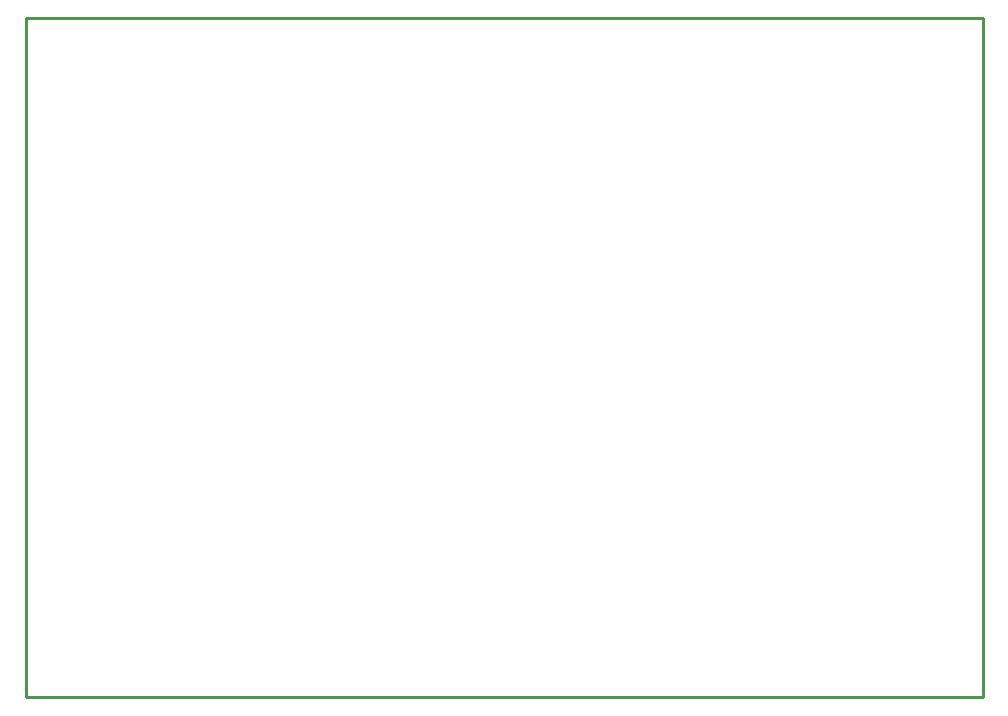
<source format=gko>
%FSLAX43Y43*%
%MOMM*%
G71*
G01*
G75*
G04 Layer_Color=16711935*
%ADD10C,0.500*%
%ADD11C,2.540*%
%ADD12R,2.500X3.000*%
%ADD13R,2.400X3.000*%
%ADD14R,3.000X3.000*%
%ADD15C,2.032*%
%ADD16O,2.032X1.778*%
%ADD17C,1.000*%
%ADD18C,3.048*%
%ADD19O,2.286X1.778*%
%ADD20O,1.778X2.032*%
%ADD21C,1.270*%
%ADD22C,0.254*%
%ADD23C,0.127*%
%ADD24C,2.840*%
%ADD25R,2.800X3.300*%
%ADD26R,2.700X3.300*%
%ADD27R,3.300X3.300*%
%ADD28C,2.332*%
%ADD29O,2.332X2.078*%
%ADD30C,3.000*%
%ADD31C,3.348*%
%ADD32O,2.586X2.078*%
%ADD33O,2.078X2.332*%
%ADD34C,1.570*%
D22*
X233680Y84836D02*
Y88011D01*
X152654D02*
X233680D01*
X152654Y30480D02*
X233680D01*
Y84836D01*
X152654Y30480D02*
Y88011D01*
M02*

</source>
